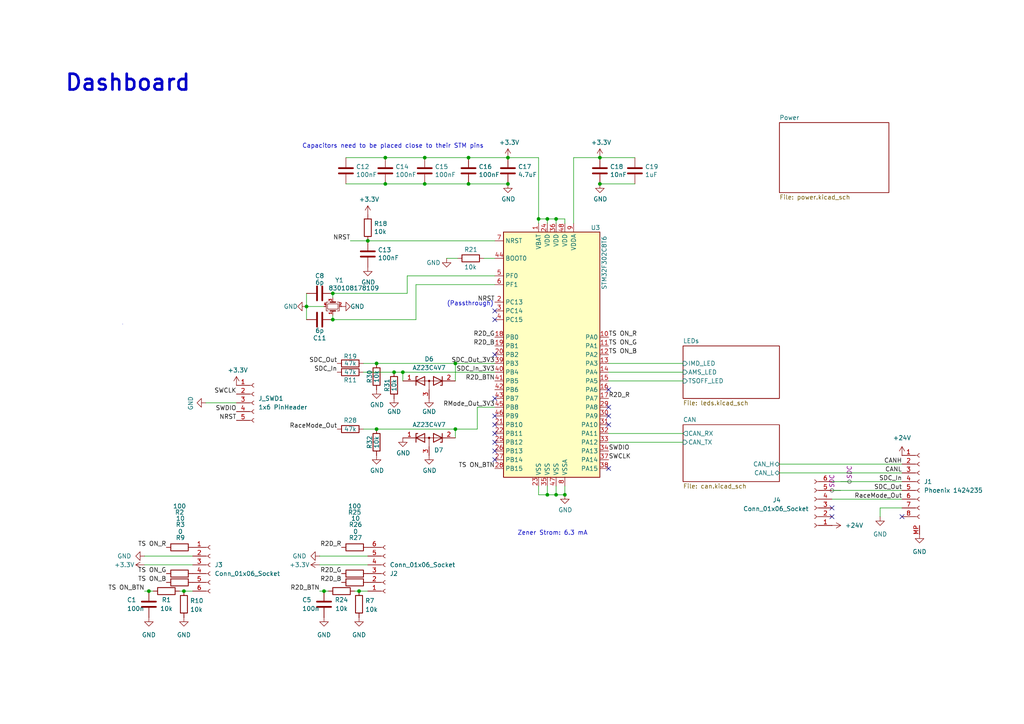
<source format=kicad_sch>
(kicad_sch (version 20231120) (generator "eeschema") (generator_version "8.0")
  (paper "A4")
  (lib_symbols
    (symbol "Connector:Conn_01x05_Socket" (pin_names (offset 1.016) hide)
      (property "Reference" "J" (at 0 7.62 0))
      (property "Value" "Conn_01x05_Socket" (at 0 -7.62 0))
      (symbol "Conn_01x05_Socket_1_1"
        (arc (start 0 -4.572) (mid -0.5058 -5.08) (end 0 -5.588) (stroke (width 0.1524)))
        (arc (start 0 -2.032) (mid -0.5058 -2.54) (end 0 -3.048) (stroke (width 0.1524)))
        (polyline (pts (xy -1.27 -5.08) (xy -0.508 -5.08)) (stroke (width 0.1524)))
        (polyline (pts (xy -1.27 -2.54) (xy -0.508 -2.54)) (stroke (width 0.1524)))
        (polyline (pts (xy -1.27 0) (xy -0.508 0)) (stroke (width 0.1524)))
        (polyline (pts (xy -1.27 2.54) (xy -0.508 2.54)) (stroke (width 0.1524)))
        (polyline (pts (xy -1.27 5.08) (xy -0.508 5.08)) (stroke (width 0.1524)))
        (arc (start 0 0.508) (mid -0.5058 0) (end 0 -0.508) (stroke (width 0.1524)))
        (arc (start 0 3.048) (mid -0.5058 2.54) (end 0 2.032) (stroke (width 0.1524)))
        (arc (start 0 5.588) (mid -0.5058 5.08) (end 0 4.572) (stroke (width 0.1524)))
        (pin passive line (at -5.08 5.08 0) (length 3.81) (name "Pin_1") (number "1"))
        (pin passive line (at -5.08 2.54 0) (length 3.81) (name "Pin_2") (number "2"))
        (pin passive line (at -5.08 0 0) (length 3.81) (name "Pin_3") (number "3"))
        (pin passive line (at -5.08 -2.54 0) (length 3.81) (name "Pin_4") (number "4"))
        (pin passive line (at -5.08 -5.08 0) (length 3.81) (name "Pin_5") (number "5"))
      )
    )
    (symbol "Connector:Conn_01x06_Socket" (pin_names (offset 1.016) hide)
      (property "Reference" "J" (at 0 7.62 0))
      (property "Value" "Conn_01x06_Socket" (at 0 -10.16 0))
      (symbol "Conn_01x06_Socket_1_1"
        (arc (start 0 -7.112) (mid -0.5058 -7.62) (end 0 -8.128) (stroke (width 0.1524)))
        (arc (start 0 -4.572) (mid -0.5058 -5.08) (end 0 -5.588) (stroke (width 0.1524)))
        (arc (start 0 -2.032) (mid -0.5058 -2.54) (end 0 -3.048) (stroke (width 0.1524)))
        (polyline (pts (xy -1.27 -7.62) (xy -0.508 -7.62)) (stroke (width 0.1524)))
        (polyline (pts (xy -1.27 -5.08) (xy -0.508 -5.08)) (stroke (width 0.1524)))
        (polyline (pts (xy -1.27 -2.54) (xy -0.508 -2.54)) (stroke (width 0.1524)))
        (polyline (pts (xy -1.27 0) (xy -0.508 0)) (stroke (width 0.1524)))
        (polyline (pts (xy -1.27 2.54) (xy -0.508 2.54)) (stroke (width 0.1524)))
        (polyline (pts (xy -1.27 5.08) (xy -0.508 5.08)) (stroke (width 0.1524)))
        (arc (start 0 0.508) (mid -0.5058 0) (end 0 -0.508) (stroke (width 0.1524)))
        (arc (start 0 3.048) (mid -0.5058 2.54) (end 0 2.032) (stroke (width 0.1524)))
        (arc (start 0 5.588) (mid -0.5058 5.08) (end 0 4.572) (stroke (width 0.1524)))
        (pin passive line (at -5.08 5.08 0) (length 3.81) (name "Pin_1") (number "1"))
        (pin passive line (at -5.08 2.54 0) (length 3.81) (name "Pin_2") (number "2"))
        (pin passive line (at -5.08 0 0) (length 3.81) (name "Pin_3") (number "3"))
        (pin passive line (at -5.08 -2.54 0) (length 3.81) (name "Pin_4") (number "4"))
        (pin passive line (at -5.08 -5.08 0) (length 3.81) (name "Pin_5") (number "5"))
        (pin passive line (at -5.08 -7.62 0) (length 3.81) (name "Pin_6") (number "6"))
      )
    )
    (symbol "Connector:Conn_01x08_Socket" (pin_names (offset 1.016) hide)
      (property "Reference" "J1" (at 1.27 0.0001 0))
      (property "Value" "Phoenix 1424235" (at 1.27 -2.5399 0))
      (symbol "Conn_01x08_Socket_1_1"
        (arc (start 0 -9.652) (mid -0.5058 -10.16) (end 0 -10.668) (stroke (width 0.1524)))
        (arc (start 0 -7.112) (mid -0.5058 -7.62) (end 0 -8.128) (stroke (width 0.1524)))
        (arc (start 0 -4.572) (mid -0.5058 -5.08) (end 0 -5.588) (stroke (width 0.1524)))
        (arc (start 0 -2.032) (mid -0.5058 -2.54) (end 0 -3.048) (stroke (width 0.1524)))
        (polyline (pts (xy -1.27 -10.16) (xy -0.508 -10.16)) (stroke (width 0.1524)))
        (polyline (pts (xy -1.27 -7.62) (xy -0.508 -7.62)) (stroke (width 0.1524)))
        (polyline (pts (xy -1.27 -5.08) (xy -0.508 -5.08)) (stroke (width 0.1524)))
        (polyline (pts (xy -1.27 -2.54) (xy -0.508 -2.54)) (stroke (width 0.1524)))
        (polyline (pts (xy -1.27 0) (xy -0.508 0)) (stroke (width 0.1524)))
        (polyline (pts (xy -1.27 2.54) (xy -0.508 2.54)) (stroke (width 0.1524)))
        (polyline (pts (xy -1.27 5.08) (xy -0.508 5.08)) (stroke (width 0.1524)))
        (polyline (pts (xy -1.27 7.62) (xy -0.508 7.62)) (stroke (width 0.1524)))
        (arc (start 0 0.508) (mid -0.5058 0) (end 0 -0.508) (stroke (width 0.1524)))
        (arc (start 0 3.048) (mid -0.5058 2.54) (end 0 2.032) (stroke (width 0.1524)))
        (arc (start 0 5.588) (mid -0.5058 5.08) (end 0 4.572) (stroke (width 0.1524)))
        (arc (start 0 8.128) (mid -0.5058 7.62) (end 0 7.112) (stroke (width 0.1524)))
        (pin passive line (at -5.08 7.62 0) (length 3.81) (name "Pin_1") (number "1"))
        (pin passive line (at -5.08 5.08 0) (length 3.81) (name "Pin_2") (number "2"))
        (pin passive line (at -5.08 2.54 0) (length 3.81) (name "Pin_3") (number "3"))
        (pin passive line (at -5.08 0 0) (length 3.81) (name "Pin_4") (number "4"))
        (pin passive line (at -5.08 -2.54 0) (length 3.81) (name "Pin_5") (number "5"))
        (pin passive line (at -5.08 -5.08 0) (length 3.81) (name "Pin_6") (number "6"))
        (pin passive line (at -5.08 -7.62 0) (length 3.81) (name "Pin_7") (number "7"))
        (pin passive line (at -5.08 -10.16 0) (length 3.81) (name "Pin_8") (number "8"))
        (pin passive line (at 0 -15.24 90) (length 2.54) (name "") (number "MP"))
      )
    )
    (symbol "Device:C" (pin_numbers hide) (pin_names (offset 0.254))
      (property "Reference" "C" (at 0.635 2.54 0))
      (property "Value" "C" (at 0.635 -2.54 0))
      (symbol "C_0_1"
        (polyline (pts (xy -2.032 -0.762) (xy 2.032 -0.762)) (stroke (width 0.508)))
        (polyline (pts (xy -2.032 0.762) (xy 2.032 0.762)) (stroke (width 0.508)))
      )
      (symbol "C_1_1"
        (pin passive line (at 0 3.81 270) (length 2.794) (name "~") (number "1"))
        (pin passive line (at 0 -3.81 90) (length 2.794) (name "~") (number "2"))
      )
    )
    (symbol "Device:Crystal_GND24_Small" (pin_names (offset 1.016) hide)
      (property "Reference" "Y" (at 1.27 4.445 0))
      (property "Value" "Crystal_GND24_Small" (at 1.27 2.54 0))
      (symbol "Crystal_GND24_Small_0_1"
        (rectangle (start -0.762 -1.524) (end 0.762 1.524))
        (polyline (pts (xy -1.27 -0.762) (xy -1.27 0.762)) (stroke (width 0.381)))
        (polyline (pts (xy 1.27 -0.762) (xy 1.27 0.762)) (stroke (width 0.381)))
        (polyline (pts (xy -1.27 -1.27) (xy -1.27 -1.905) (xy 1.27 -1.905) (xy 1.27 -1.27)))
        (polyline (pts (xy -1.27 1.27) (xy -1.27 1.905) (xy 1.27 1.905) (xy 1.27 1.27)))
      )
      (symbol "Crystal_GND24_Small_1_1"
        (pin passive line (at -2.54 0 0) (length 1.27) (name "1") (number "1"))
        (pin passive line (at 0 -2.54 90) (length 0.635) (name "2") (number "2"))
        (pin passive line (at 2.54 0 180) (length 1.27) (name "3") (number "3"))
        (pin passive line (at 0 2.54 270) (length 0.635) (name "4") (number "4"))
      )
    )
    (symbol "Device:D_Zener_Dual_CommonAnode_KKA" (pin_names (offset 0.762) hide)
      (property "Reference" "D" (at 1.27 -2.54 0))
      (property "Value" "D_Zener_Dual_CommonAnode_KKA" (at 0 2.54 0))
      (symbol "D_Zener_Dual_CommonAnode_KKA_0_1"
        (polyline (pts (xy -3.556 0) (xy 3.81 0)))
        (polyline (pts (xy 0 0) (xy 0 -2.54)))
        (polyline (pts (xy -3.81 -1.27) (xy -3.81 1.27) (xy -3.302 1.27)) (stroke (width 0.254)))
        (polyline (pts (xy 3.302 -1.27) (xy 3.81 -1.27) (xy 3.81 1.27)) (stroke (width 0.254)))
        (polyline (pts (xy -1.27 -1.27) (xy -3.81 0) (xy -1.27 1.27) (xy -1.27 -1.27) (xy -1.27 -1.27) (xy -1.27 -1.27)) (stroke (width 0.254)))
        (polyline (pts (xy 1.27 1.27) (xy 3.81 0) (xy 1.27 -1.27) (xy 1.27 1.27) (xy 1.27 1.27) (xy 1.27 1.27)) (stroke (width 0.254)))
        (circle (center 0 0) (radius 0.254) (fill (type outline)))
        (pin passive line (at -7.62 0 0) (length 3.81) (name "K") (number "1"))
        (pin passive line (at 7.62 0 180) (length 3.81) (name "K") (number "2"))
        (pin passive line (at 0 -5.08 90) (length 2.54) (name "A") (number "3"))
      )
    )
    (symbol "Device:R" (pin_numbers hide) (pin_names (offset 0))
      (property "Reference" "R" (at 2.032 0 90))
      (property "Value" "R" (at 0 0 90))
      (symbol "R_0_1"
        (rectangle (start -1.016 -2.54) (end 1.016 2.54) (stroke (width 0.254)))
      )
      (symbol "R_1_1"
        (pin passive line (at 0 3.81 270) (length 1.27) (name "~") (number "1"))
        (pin passive line (at 0 -3.81 90) (length 1.27) (name "~") (number "2"))
      )
    )
    (symbol "MCU_ST_STM32F3:STM32F302C8Tx"
      (property "Reference" "U" (at -15.24 36.83 0))
      (property "Value" "STM32F302C8Tx" (at 7.62 36.83 0))
      (symbol "STM32F302C8Tx_0_1"
        (rectangle (start -15.24 -35.56) (end 12.7 35.56) (stroke (width 0.254)) (fill (type background)))
      )
      (symbol "STM32F302C8Tx_1_1"
        (pin power_in line (at -5.08 38.1 270) (length 2.54) (name "VBAT") (number "1"))
        (pin bidirectional line (at 15.24 5.08 180) (length 2.54) (name "PA0") (number "10"))
        (pin bidirectional line (at 15.24 2.54 180) (length 2.54) (name "PA1") (number "11"))
        (pin bidirectional line (at 15.24 0 180) (length 2.54) (name "PA2") (number "12"))
        (pin bidirectional line (at 15.24 -2.54 180) (length 2.54) (name "PA3") (number "13"))
        (pin bidirectional line (at 15.24 -5.08 180) (length 2.54) (name "PA4") (number "14"))
        (pin bidirectional line (at 15.24 -7.62 180) (length 2.54) (name "PA5") (number "15"))
        (pin bidirectional line (at 15.24 -10.16 180) (length 2.54) (name "PA6") (number "16"))
        (pin bidirectional line (at 15.24 -12.7 180) (length 2.54) (name "PA7") (number "17"))
        (pin bidirectional line (at -17.78 5.08 0) (length 2.54) (name "PB0") (number "18"))
        (pin bidirectional line (at -17.78 2.54 0) (length 2.54) (name "PB1") (number "19"))
        (pin bidirectional line (at -17.78 15.24 0) (length 2.54) (name "PC13") (number "2"))
        (pin bidirectional line (at -17.78 0 0) (length 2.54) (name "PB2") (number "20"))
        (pin bidirectional line (at -17.78 -20.32 0) (length 2.54) (name "PB10") (number "21"))
        (pin bidirectional line (at -17.78 -22.86 0) (length 2.54) (name "PB11") (number "22"))
        (pin power_in line (at -5.08 -38.1 90) (length 2.54) (name "VSS") (number "23"))
        (pin power_in line (at -2.54 38.1 270) (length 2.54) (name "VDD") (number "24"))
        (pin bidirectional line (at -17.78 -25.4 0) (length 2.54) (name "PB12") (number "25"))
        (pin bidirectional line (at -17.78 -27.94 0) (length 2.54) (name "PB13") (number "26"))
        (pin bidirectional line (at -17.78 -30.48 0) (length 2.54) (name "PB14") (number "27"))
        (pin bidirectional line (at -17.78 -33.02 0) (length 2.54) (name "PB15") (number "28"))
        (pin bidirectional line (at 15.24 -15.24 180) (length 2.54) (name "PA8") (number "29"))
        (pin bidirectional line (at -17.78 12.7 0) (length 2.54) (name "PC14") (number "3"))
        (pin bidirectional line (at 15.24 -17.78 180) (length 2.54) (name "PA9") (number "30"))
        (pin bidirectional line (at 15.24 -20.32 180) (length 2.54) (name "PA10") (number "31"))
        (pin bidirectional line (at 15.24 -22.86 180) (length 2.54) (name "PA11") (number "32"))
        (pin bidirectional line (at 15.24 -25.4 180) (length 2.54) (name "PA12") (number "33"))
        (pin bidirectional line (at 15.24 -27.94 180) (length 2.54) (name "PA13") (number "34"))
        (pin power_in line (at -2.54 -38.1 90) (length 2.54) (name "VSS") (number "35"))
        (pin power_in line (at 0 38.1 270) (length 2.54) (name "VDD") (number "36"))
        (pin bidirectional line (at 15.24 -30.48 180) (length 2.54) (name "PA14") (number "37"))
        (pin bidirectional line (at 15.24 -33.02 180) (length 2.54) (name "PA15") (number "38"))
        (pin bidirectional line (at -17.78 -2.54 0) (length 2.54) (name "PB3") (number "39"))
        (pin bidirectional line (at -17.78 10.16 0) (length 2.54) (name "PC15") (number "4"))
        (pin bidirectional line (at -17.78 -5.08 0) (length 2.54) (name "PB4") (number "40"))
        (pin bidirectional line (at -17.78 -7.62 0) (length 2.54) (name "PB5") (number "41"))
        (pin bidirectional line (at -17.78 -10.16 0) (length 2.54) (name "PB6") (number "42"))
        (pin bidirectional line (at -17.78 -12.7 0) (length 2.54) (name "PB7") (number "43"))
        (pin input line (at -17.78 27.94 0) (length 2.54) (name "BOOT0") (number "44"))
        (pin bidirectional line (at -17.78 -15.24 0) (length 2.54) (name "PB8") (number "45"))
        (pin bidirectional line (at -17.78 -17.78 0) (length 2.54) (name "PB9") (number "46"))
        (pin power_in line (at 0 -38.1 90) (length 2.54) (name "VSS") (number "47"))
        (pin power_in line (at 2.54 38.1 270) (length 2.54) (name "VDD") (number "48"))
        (pin input line (at -17.78 22.86 0) (length 2.54) (name "PF0") (number "5"))
        (pin input line (at -17.78 20.32 0) (length 2.54) (name "PF1") (number "6"))
        (pin input line (at -17.78 33.02 0) (length 2.54) (name "NRST") (number "7"))
        (pin power_in line (at 2.54 -38.1 90) (length 2.54) (name "VSSA") (number "8"))
        (pin power_in line (at 5.08 38.1 270) (length 2.54) (name "VDDA") (number "9"))
      )
    )
    (symbol "power:+24V" (power) (pin_numbers hide) (pin_names (offset 0) hide)
      (property "Value" "+24V" (at 0 3.556 0))
      (symbol "+24V_0_1"
        (polyline (pts (xy -0.762 1.27) (xy 0 2.54)))
        (polyline (pts (xy 0 0) (xy 0 2.54)))
        (polyline (pts (xy 0 2.54) (xy 0.762 1.27)))
      )
      (symbol "+24V_1_1"
        (pin power_in line (at 0 0 90) (length 0) (name "~") (number "1"))
      )
    )
    (symbol "power:+3.3V" (power) (pin_names (offset 0))
      (property "Value" "+3.3V" (at 0 3.556 0))
      (symbol "+3.3V_0_1"
        (polyline (pts (xy -0.762 1.27) (xy 0 2.54)))
        (polyline (pts (xy 0 0) (xy 0 2.54)))
        (polyline (pts (xy 0 2.54) (xy 0.762 1.27)))
      )
      (symbol "+3.3V_1_1"
        (pin power_in line (at 0 0 90) (length 0) hide (name "+3.3V") (number "1"))
      )
    )
    (symbol "power:GND" (power) (pin_numbers hide) (pin_names (offset 0) hide)
      (property "Value" "GND" (at 0 -3.81 0))
      (symbol "GND_0_1"
        (polyline (pts (xy 0 0) (xy 0 -1.27) (xy 1.27 -1.27) (xy 0 -2.54) (xy -1.27 -1.27) (xy 0 -1.27)))
      )
      (symbol "GND_1_1"
        (pin power_in line (at 0 0 270) (length 0) (name "~") (number "1"))
      )
    )
  )
  (junction (at 135.89 53.34))
  (junction (at 123.19 45.72))
  (junction (at 111.76 45.72))
  (junction (at 147.32 53.34))
  (junction (at 135.89 45.72))
  (junction (at 111.76 53.34))
  (junction (at 88.9 88.9))
  (junction (at 96.52 85.09))
  (junction (at 116.84 107.95))
  (junction (at 96.52 92.71))
  (junction (at 109.22 124.46))
  (junction (at 104.14 171.45))
  (junction (at 161.29 63.5))
  (junction (at 132.08 105.41))
  (junction (at 106.68 69.85))
  (junction (at 93.98 171.45))
  (junction (at 43.18 171.45))
  (junction (at 161.29 143.51))
  (junction (at 147.32 45.72))
  (junction (at 156.21 63.5))
  (junction (at 173.99 45.72))
  (junction (at 158.75 63.5))
  (junction (at 109.22 105.41))
  (junction (at 158.75 143.51))
  (junction (at 173.99 53.34))
  (junction (at 53.34 171.45))
  (junction (at 123.19 53.34))
  (junction (at 114.3 107.95))
  (junction (at 163.83 143.51))
  (junction (at 132.08 124.46))
  (no_connect (at 176.53 120.65))
  (no_connect (at 143.51 90.17))
  (no_connect (at 176.53 123.19))
  (no_connect (at 176.53 135.89))
  (no_connect (at 241.3 149.86))
  (no_connect (at 261.62 149.86))
  (no_connect (at 143.51 115.57))
  (no_connect (at 241.3 147.32))
  (no_connect (at 143.51 130.81))
  (no_connect (at 176.53 113.03))
  (no_connect (at 143.51 133.35))
  (no_connect (at 176.53 118.11))
  (no_connect (at 143.51 125.73))
  (no_connect (at 143.51 92.71))
  (no_connect (at 143.51 120.65))
  (no_connect (at 143.51 102.87))
  (no_connect (at 143.51 128.27))
  (no_connect (at 143.51 123.19))
  (wire (pts (xy 109.22 124.46) (xy 132.08 124.46)))
  (wire (pts (xy 43.18 171.45) (xy 41.91 171.45)))
  (wire (pts (xy 123.19 45.72) (xy 135.89 45.72)))
  (wire (pts (xy 176.53 105.41) (xy 198.12 105.41)))
  (wire (pts (xy 161.29 63.5) (xy 158.75 63.5)))
  (wire (pts (xy 88.9 85.09) (xy 88.9 88.9)))
  (wire (pts (xy 156.21 63.5) (xy 156.21 64.77)))
  (wire (pts (xy 120.65 82.55) (xy 120.65 92.71)))
  (wire (pts (xy 138.43 124.46) (xy 138.43 118.11)))
  (wire (pts (xy 158.75 63.5) (xy 156.21 63.5)))
  (wire (pts (xy 93.98 171.45) (xy 92.71 171.45)))
  (wire (pts (xy 41.91 163.83) (xy 55.88 163.83)))
  (wire (pts (xy 96.52 91.44) (xy 96.52 92.71)))
  (wire (pts (xy 135.89 45.72) (xy 147.32 45.72)))
  (wire (pts (xy 96.52 85.09) (xy 118.11 85.09)))
  (wire (pts (xy 163.83 64.77) (xy 163.83 63.5)))
  (wire (pts (xy 100.33 53.34) (xy 111.76 53.34)))
  (wire (pts (xy 105.41 124.46) (xy 109.22 124.46)))
  (wire (pts (xy 156.21 45.72) (xy 156.21 63.5)))
  (wire (pts (xy 173.99 45.72) (xy 184.15 45.72)))
  (wire (pts (xy 161.29 64.77) (xy 161.29 63.5)))
  (wire (pts (xy 163.83 143.51) (xy 161.29 143.51)))
  (wire (pts (xy 92.71 163.83) (xy 106.68 163.83)))
  (wire (pts (xy 118.11 80.01) (xy 143.51 80.01)))
  (wire (pts (xy 88.9 88.9) (xy 88.9 92.71)))
  (wire (pts (xy 255.27 147.32) (xy 255.27 149.86)))
  (wire (pts (xy 105.41 105.41) (xy 109.22 105.41)))
  (wire (pts (xy 173.99 53.34) (xy 184.15 53.34)))
  (wire (pts (xy 226.06 134.62) (xy 261.62 134.62)))
  (wire (pts (xy 111.76 45.72) (xy 123.19 45.72)))
  (wire (pts (xy 96.52 86.36) (xy 96.52 85.09)))
  (wire (pts (xy 132.08 105.41) (xy 132.08 110.49)))
  (wire (pts (xy 123.19 53.34) (xy 135.89 53.34)))
  (wire (pts (xy 163.83 63.5) (xy 161.29 63.5)))
  (wire (pts (xy 118.11 85.09) (xy 118.11 80.01)))
  (wire (pts (xy 140.335 74.93) (xy 143.51 74.93)))
  (wire (pts (xy 147.32 45.72) (xy 156.21 45.72)))
  (wire (pts (xy 109.22 105.41) (xy 132.08 105.41)))
  (wire (pts (xy 158.75 140.97) (xy 158.75 143.51)))
  (wire (pts (xy 59.69 116.84) (xy 68.58 116.84)))
  (wire (pts (xy 88.9 88.9) (xy 93.98 88.9)))
  (wire (pts (xy 161.29 140.97) (xy 161.29 143.51)))
  (wire (pts (xy 226.06 137.16) (xy 261.62 137.16)))
  (wire (pts (xy 158.75 63.5) (xy 158.75 64.77)))
  (wire (pts (xy 241.3 144.78) (xy 261.62 144.78)))
  (wire (pts (xy 132.08 124.46) (xy 138.43 124.46)))
  (wire (pts (xy 111.76 45.72) (xy 100.33 45.72)))
  (wire (pts (xy 92.71 161.29) (xy 106.68 161.29)))
  (wire (pts (xy 104.14 171.45) (xy 106.68 171.45)))
  (wire (pts (xy 41.91 161.29) (xy 55.88 161.29)))
  (wire (pts (xy 166.37 45.72) (xy 173.99 45.72)))
  (wire (pts (xy 156.21 140.97) (xy 156.21 143.51)))
  (wire (pts (xy 116.84 107.95) (xy 116.84 110.49)))
  (wire (pts (xy 105.41 107.95) (xy 114.3 107.95)))
  (wire (pts (xy 176.53 128.27) (xy 198.12 128.27)))
  (wire (pts (xy 120.65 82.55) (xy 143.51 82.55)))
  (wire (pts (xy 176.53 125.73) (xy 198.12 125.73)))
  (wire (pts (xy 138.43 118.11) (xy 143.51 118.11)))
  (wire (pts (xy 156.21 143.51) (xy 158.75 143.51)))
  (wire (pts (xy 166.37 45.72) (xy 166.37 64.77)))
  (wire (pts (xy 176.53 107.95) (xy 198.12 107.95)))
  (wire (pts (xy 96.52 92.71) (xy 120.65 92.71)))
  (wire (pts (xy 111.76 53.34) (xy 123.19 53.34)))
  (wire (pts (xy 132.715 74.93) (xy 129.54 74.93)))
  (wire (pts (xy 53.34 171.45) (xy 55.88 171.45)))
  (wire (pts (xy 116.84 107.95) (xy 114.3 107.95)))
  (wire (pts (xy 241.3 142.24) (xy 261.62 142.24)))
  (wire (pts (xy 95.25 171.45) (xy 93.98 171.45)))
  (wire (pts (xy 132.08 105.41) (xy 143.51 105.41)))
  (wire (pts (xy 116.84 107.95) (xy 143.51 107.95)))
  (wire (pts (xy 102.87 171.45) (xy 104.14 171.45)))
  (wire (pts (xy 106.68 69.85) (xy 143.51 69.85)))
  (wire (pts (xy 132.08 124.46) (xy 132.08 127)))
  (wire (pts (xy 161.29 143.51) (xy 158.75 143.51)))
  (wire (pts (xy 163.83 140.97) (xy 163.83 143.51)))
  (wire (pts (xy 101.6 69.85) (xy 106.68 69.85)))
  (wire (pts (xy 261.62 147.32) (xy 255.27 147.32)))
  (wire (pts (xy 241.3 139.7) (xy 261.62 139.7)))
  (wire (pts (xy 44.45 171.45) (xy 43.18 171.45)))
  (wire (pts (xy 52.07 171.45) (xy 53.34 171.45)))
  (wire (pts (xy 135.89 53.34) (xy 147.32 53.34)))
  (wire (pts (xy 176.53 110.49) (xy 198.12 110.49)))
  (rectangle (start 35.56 93.98) (end 35.56 93.98))
  (text "Dashboard" (at 37.084 24.13 0) (effects (font (size 4.572 4.572) (thickness 0.762) (bold yes))))
  (text "Capacitors need to be placed close to their STM pins" (at 87.63 43.18 0) (effects (font (size 1.27 1.27)) (justify left bottom)))
  (text "(Passthrough)" (at 136.398 88.138 0) (effects (font (size 1.27 1.27))))
  (text "Zener Strom: 6.3 mA" (at 160.274 154.686 0) (effects (font (size 1.27 1.27))))
  (label "TS ON_BTN" (at 41.91 171.45 180))
  (label "RMode_Out_3V3" (at 143.51 118.11 180))
  (label "TS ON_B" (at 48.26 168.91 180))
  (label "R2D_G" (at 99.06 166.37 180))
  (label "SDC_Out" (at 97.79 105.41 180))
  (label "SDC_In" (at 261.62 139.7 180))
  (label "R2D_G" (at 143.51 97.79 180))
  (label "R2D_BTN" (at 143.51 110.49 180))
  (label "R2D_R" (at 99.06 158.75 180))
  (label "NRST" (at 68.58 121.92 180))
  (label "SWDIO" (at 176.53 130.81 0))
  (label "SDC_In_3V3" (at 143.51 107.95 180))
  (label "R2D_BTN" (at 92.71 171.45 180))
  (label "NRST" (at 101.6 69.85 180))
  (label "SWDIO" (at 68.58 119.38 180))
  (label "SDC_Out_3V3" (at 143.51 105.41 180))
  (label "R2D_B" (at 99.06 168.91 180))
  (label "TS ON_G" (at 48.26 166.37 180))
  (label "CANH" (at 261.62 134.62 180))
  (label "RaceMode_Out" (at 261.62 144.78 180))
  (label "CANL" (at 261.62 137.16 180))
  (label "NRST" (at 143.51 87.63 180))
  (label "RaceMode_Out" (at 97.79 124.46 180))
  (label "SDC_Out" (at 261.62 142.24 180))
  (label "SWCLK" (at 68.58 114.3 180))
  (label "TS ON_R" (at 176.53 97.79 0))
  (label "SWCLK" (at 176.53 133.35 0))
  (label "SDC_In" (at 97.79 107.95 180))
  (label "TS ON_B" (at 176.53 102.87 0))
  (label "TS ON_R" (at 48.26 158.75 180))
  (label "R2D_R" (at 176.53 115.57 0))
  (label "R2D_B" (at 143.51 100.33 180))
  (label "TS ON_G" (at 176.53 100.33 0))
  (label "TS ON_BTN" (at 143.51 135.89 180))
  (netclass_flag "" (length 2.54) (shape round) (at 243.84 139.7 270) (property "Netclass" "SDC" (at 246.38 139.0015 90) (effects (font (italic yes)) (justify left))))
  (netclass_flag "" (length 2.54) (shape round) (at 243.84 142.24 90) (property "Netclass" "SDC" (at 241.3 141.5415 90) (effects (font (italic yes)) (justify left))))
  (symbol (lib_id "Connector:Conn_01x06_Socket") (at 236.22 147.32 180) (unit 1)
    (property "Reference" "J4" (at 225.298 145.034 0))
    (property "Value" "Conn_01x06_Socket" (at 225.044 147.574 0))
    (property "Footprint" "Dashboard:JST_GH_THT_1x06-1MP_P1.25mm_Vertical" (effects (hide yes)))
    (property "Description" "Generic connector, single row, 01x06, script generated" (effects (hide yes)))
  )
  (symbol (lib_id "power:+3.3V") (at 92.71 163.83 90) (unit 1)
    (property "Reference" "#PWR051" (effects (hide yes)))
    (property "Value" "+3.3V" (at 86.868 163.83 90))
  )
  (symbol (lib_id "power:GND") (at 129.54 74.93 0) (unit 1)
    (property "Reference" "#PWR035" (effects (hide yes)))
    (property "Value" "GND" (at 125.73 76.2 0))
  )
  (symbol (lib_id "Device:R") (at 104.14 175.26 0) (unit 1)
    (property "Reference" "R7" (at 105.918 174.244 0) (effects (justify left)))
    (property "Value" "10k" (at 105.918 176.784 0) (effects (justify left)))
    (property "Footprint" "Resistor_SMD:R_0603_1608Metric_Pad0.98x0.95mm_HandSolder" (effects (hide yes)))
    (property "Description" "Resistor" (effects (hide yes)))
  )
  (symbol (lib_id "Connector:Conn_01x06_Socket") (at 111.76 166.37 0) (mirror x) (unit 1)
    (property "Reference" "J2" (at 113.03 166.3701 0) (effects (justify left)))
    (property "Value" "Conn_01x06_Socket" (at 113.03 163.8301 0) (effects (justify left)))
    (property "Footprint" "Dashboard:JST_GH_THT_1x06-1MP_P1.25mm_Vertical" (effects (hide yes)))
    (property "Description" "Generic connector, single row, 01x06, script generated" (effects (hide yes)))
  )
  (symbol (lib_id "Device:C") (at 135.89 49.53 0) (unit 1)
    (property "Reference" "C16" (at 138.811 48.3616 0) (effects (justify left)))
    (property "Value" "100nF" (at 138.811 50.673 0) (effects (justify left)))
    (property "Footprint" "Capacitor_SMD:C_0603_1608Metric_Pad1.08x0.95mm_HandSolder" (effects (hide yes)))
  )
  (symbol (lib_id "Connector:Conn_01x08_Socket") (at 266.7 139.7 0) (unit 1)
    (property "Reference" "J1" (at 267.97 139.6999 0) (effects (justify left)))
    (property "Value" "Phoenix 1424235" (at 267.97 142.2399 0) (effects (justify left)))
    (property "Footprint" "Dashboard:Phoenix_SACC-DSI-M8FS-8CON-M10" (effects (hide yes)))
    (property "Description" "Generic connector, single row, 01x08, script generated" (effects (hide yes)))
  )
  (symbol (lib_id "Device:R") (at 99.06 171.45 270) (unit 1)
    (property "Reference" "R24" (at 99.06 173.99 90))
    (property "Value" "10k" (at 99.06 176.53 90))
    (property "Footprint" "Resistor_SMD:R_0603_1608Metric_Pad0.98x0.95mm_HandSolder" (effects (hide yes)))
    (property "Description" "Resistor" (effects (hide yes)))
  )
  (symbol (lib_id "power:+24V") (at 241.3 152.4 270) (unit 1)
    (property "Reference" "#PWR05" (effects (hide yes)))
    (property "Value" "+24V" (at 245.11 152.3999 90) (effects (justify left)))
    (property "Description" "Power symbol creates a global label with name \"+24V\"" (effects (hide yes)))
  )
  (symbol (lib_id "Device:C") (at 147.32 49.53 0) (unit 1)
    (property "Reference" "C17" (at 150.241 48.3616 0) (effects (justify left)))
    (property "Value" "4.7uF" (at 150.241 50.673 0) (effects (justify left)))
    (property "Footprint" "Capacitor_SMD:C_0603_1608Metric_Pad1.08x0.95mm_HandSolder" (effects (hide yes)))
  )
  (symbol (lib_id "Device:C") (at 93.98 175.26 0) (unit 1)
    (property "Reference" "C5" (at 87.63 173.99 0) (effects (justify left)))
    (property "Value" "100n" (at 87.63 176.53 0) (effects (justify left)))
    (property "Footprint" "Capacitor_SMD:C_0603_1608Metric_Pad1.08x0.95mm_HandSolder" (effects (hide yes)))
    (property "Description" "Unpolarized capacitor" (effects (hide yes)))
  )
  (symbol (lib_id "power:GND") (at 92.71 161.29 270) (unit 1)
    (property "Reference" "#PWR01" (effects (hide yes)))
    (property "Value" "GND" (at 88.9 161.2899 90) (effects (justify right)))
    (property "Description" "Power symbol creates a global label with name \"GND\" , ground" (effects (hide yes)))
  )
  (symbol (lib_id "Device:D_Zener_Dual_CommonAnode_KKA") (at 124.46 110.49 0) (unit 1)
    (property "Reference" "D6" (at 124.46 104.14 0))
    (property "Value" "AZ23C4V7" (at 124.46 106.68 0))
    (property "Footprint" "Package_TO_SOT_SMD:SOT-23" (effects (hide yes)))
    (property "Description" "Dual Zener diode, common anode on pin 3" (effects (hide yes)))
  )
  (symbol (lib_id "power:GND") (at 266.7 154.94 0) (unit 1)
    (property "Reference" "#PWR052" (effects (hide yes)))
    (property "Value" "GND" (at 266.7 160.02 0))
    (property "Description" "Power symbol creates a global label with name \"GND\" , ground" (effects (hide yes)))
  )
  (symbol (lib_id "Device:R") (at 109.22 109.22 180) (unit 1)
    (property "Reference" "R30" (at 107.188 109.22 90))
    (property "Value" "10k" (at 109.22 109.22 90))
    (property "Footprint" "Resistor_SMD:R_0603_1608Metric_Pad0.98x0.95mm_HandSolder" (effects (hide yes)))
    (property "Description" "Resistor" (effects (hide yes)))
  )
  (symbol (lib_id "Device:R") (at 102.87 168.91 90) (unit 1)
    (property "Reference" "R27" (at 103.124 155.956 90))
    (property "Value" "0" (at 103.124 154.178 90))
    (property "Footprint" "Resistor_SMD:R_0603_1608Metric_Pad0.98x0.95mm_HandSolder" (effects (hide yes)))
    (property "Description" "Resistor" (effects (hide yes)))
  )
  (symbol (lib_id "Device:R") (at 48.26 171.45 270) (unit 1)
    (property "Reference" "R1" (at 48.26 173.99 90))
    (property "Value" "10k" (at 48.26 176.53 90))
    (property "Footprint" "Resistor_SMD:R_0603_1608Metric_Pad0.98x0.95mm_HandSolder" (effects (hide yes)))
    (property "Description" "Resistor" (effects (hide yes)))
  )
  (symbol (lib_id "Device:C") (at 100.33 49.53 0) (unit 1)
    (property "Reference" "C12" (at 103.251 48.3616 0) (effects (justify left)))
    (property "Value" "100nF" (at 103.251 50.673 0) (effects (justify left)))
    (property "Footprint" "Capacitor_SMD:C_0603_1608Metric_Pad1.08x0.95mm_HandSolder" (effects (hide yes)))
  )
  (symbol (lib_id "power:GND") (at 147.32 53.34 0) (unit 1)
    (property "Reference" "#PWR037" (effects (hide yes)))
    (property "Value" "GND" (at 147.447 57.7342 0))
  )
  (symbol (lib_id "Device:R") (at 52.07 158.75 90) (unit 1)
    (property "Reference" "R2" (at 52.07 148.59 90))
    (property "Value" "100" (at 52.07 146.812 90))
    (property "Footprint" "Resistor_SMD:R_0603_1608Metric_Pad0.98x0.95mm_HandSolder" (effects (hide yes)))
    (property "Description" "Resistor" (effects (hide yes)))
  )
  (symbol (lib_id "Device:R") (at 101.6 124.46 90) (unit 1)
    (property "Reference" "R28" (at 101.6 121.92 90))
    (property "Value" "47k" (at 101.6 124.46 90))
    (property "Footprint" "Resistor_SMD:R_0603_1608Metric_Pad0.98x0.95mm_HandSolder" (effects (hide yes)))
    (property "Description" "Resistor" (effects (hide yes)))
  )
  (symbol (lib_id "Connector:Conn_01x06_Socket") (at 60.96 163.83 0) (unit 1)
    (property "Reference" "J3" (at 62.23 163.8299 0) (effects (justify left)))
    (property "Value" "Conn_01x06_Socket" (at 62.23 166.3699 0) (effects (justify left)))
    (property "Footprint" "Dashboard:JST_GH_THT_1x06-1MP_P1.25mm_Vertical" (effects (hide yes)))
    (property "Description" "Generic connector, single row, 01x06, script generated" (effects (hide yes)))
  )
  (symbol (lib_id "power:GND") (at 124.46 115.57 0) (unit 1)
    (property "Reference" "#PWR026" (effects (hide yes)))
    (property "Value" "GND" (at 124.46 119.38 0))
  )
  (symbol (lib_id "Device:R") (at 101.6 105.41 90) (unit 1)
    (property "Reference" "R19" (at 101.6 103.378 90))
    (property "Value" "47k" (at 101.6 105.41 90))
    (property "Footprint" "Resistor_SMD:R_0603_1608Metric_Pad0.98x0.95mm_HandSolder" (effects (hide yes)))
    (property "Description" "Resistor" (effects (hide yes)))
  )
  (symbol (lib_id "power:GND") (at 114.3 115.57 0) (unit 1)
    (property "Reference" "#PWR055" (effects (hide yes)))
    (property "Value" "GND" (at 114.3 119.38 0))
  )
  (symbol (lib_id "power:GND") (at 104.14 179.07 0) (unit 1)
    (property "Reference" "#PWR050" (effects (hide yes)))
    (property "Value" "GND" (at 104.14 184.15 0))
    (property "Description" "Power symbol creates a global label with name \"GND\" , ground" (effects (hide yes)))
  )
  (symbol (lib_id "MCU_ST_STM32F3:STM32F302C8Tx") (at 161.29 102.87 0) (unit 1)
    (property "Reference" "U3" (at 172.72 66.04 0))
    (property "Value" "STM32F302C8T6" (at 175.26 76.2 90))
    (property "Footprint" "Package_QFP:LQFP-48_7x7mm_P0.5mm" (effects (hide yes)))
    (property "Datasheet" "http://www.st.com/st-web-ui/static/active/en/resource/technical/document/datasheet/DM00093333.pdf" (effects (hide yes)))
  )
  (symbol (lib_id "power:+24V") (at 261.62 132.08 0) (unit 1)
    (property "Reference" "#PWR057" (effects (hide yes)))
    (property "Value" "+24V" (at 261.62 127 0))
    (property "Description" "Power symbol creates a global label with name \"+24V\"" (effects (hide yes)))
  )
  (symbol (lib_id "Device:R") (at 102.87 158.75 90) (unit 1)
    (property "Reference" "R25" (at 102.87 148.59 90))
    (property "Value" "100" (at 102.87 146.812 90))
    (property "Footprint" "Resistor_SMD:R_0603_1608Metric_Pad0.98x0.95mm_HandSolder" (effects (hide yes)))
    (property "Description" "Resistor" (effects (hide yes)))
  )
  (symbol (lib_id "power:GND") (at 88.9 88.9 270) (unit 1)
    (property "Reference" "#PWR030" (effects (hide yes)))
    (property "Value" "GND" (at 86.36 88.9 90) (effects (justify right)))
  )
  (symbol (lib_id "Device:C") (at 43.18 175.26 0) (unit 1)
    (property "Reference" "C1" (at 36.83 173.99 0) (effects (justify left)))
    (property "Value" "100n" (at 36.83 176.53 0) (effects (justify left)))
    (property "Footprint" "Capacitor_SMD:C_0603_1608Metric_Pad1.08x0.95mm_HandSolder" (effects (hide yes)))
    (property "Description" "Unpolarized capacitor" (effects (hide yes)))
  )
  (symbol (lib_id "Device:R") (at 109.22 128.27 180) (unit 1)
    (property "Reference" "R32" (at 107.188 128.27 90))
    (property "Value" "10k" (at 109.22 128.27 90))
    (property "Footprint" "Resistor_SMD:R_0603_1608Metric_Pad0.98x0.95mm_HandSolder" (effects (hide yes)))
    (property "Description" "Resistor" (effects (hide yes)))
  )
  (symbol (lib_id "power:+3.3V") (at 173.99 45.72 0) (unit 1)
    (property "Reference" "#PWR039" (effects (hide yes)))
    (property "Value" "+3.3V" (at 174.371 41.3258 0))
  )
  (symbol (lib_id "Device:C") (at 92.71 92.71 90) (unit 1)
    (property "Reference" "C11" (at 92.71 98.044 90))
    (property "Value" "6p" (at 92.71 95.885 90))
    (property "Footprint" "Capacitor_SMD:C_0603_1608Metric_Pad1.08x0.95mm_HandSolder" (effects (hide yes)))
  )
  (symbol (lib_id "Device:R") (at 102.87 166.37 90) (unit 1)
    (property "Reference" "R26" (at 103.124 152.146 90))
    (property "Value" "10" (at 103.124 150.368 90))
    (property "Footprint" "Resistor_SMD:R_0603_1608Metric_Pad0.98x0.95mm_HandSolder" (effects (hide yes)))
    (property "Description" "Resistor" (effects (hide yes)))
  )
  (symbol (lib_id "Device:Crystal_GND24_Small") (at 96.52 88.9 90) (unit 1)
    (property "Reference" "Y1" (at 98.425 81.28 90))
    (property "Value" "830108178109" (at 102.616 83.566 90))
    (property "Footprint" "Crystal:Crystal_SMD_2016-4Pin_2.0x1.6mm" (effects (hide yes)))
    (property "Datasheet" "https://www.we-online.com/components/products/datasheet/830108178109.pdf" (effects (hide yes)))
  )
  (symbol (lib_id "power:GND") (at 109.22 132.08 0) (unit 1)
    (property "Reference" "#PWR053" (effects (hide yes)))
    (property "Value" "GND" (at 109.347 136.4742 0))
  )
  (symbol (lib_id "Connector:Conn_01x05_Socket") (at 73.66 116.84 0) (unit 1)
    (property "Reference" "J_SWD1" (at 74.93 115.5699 0) (effects (justify left)))
    (property "Value" "1x6 PinHeader" (at 74.93 118.1099 0) (effects (justify left)))
    (property "Footprint" "Connector_PinHeader_2.54mm:PinHeader_1x05_P2.54mm_Vertical" (effects (hide yes)))
    (property "Description" "Generic connector, single row, 01x05, script generated" (effects (hide yes)))
  )
  (symbol (lib_id "Device:R") (at 52.07 168.91 90) (unit 1)
    (property "Reference" "R9" (at 52.324 155.956 90))
    (property "Value" "0" (at 52.324 154.178 90))
    (property "Footprint" "Resistor_SMD:R_0603_1608Metric_Pad0.98x0.95mm_HandSolder" (effects (hide yes)))
    (property "Description" "Resistor" (effects (hide yes)))
  )
  (symbol (lib_id "power:GND") (at 53.34 179.07 0) (unit 1)
    (property "Reference" "#PWR09" (effects (hide yes)))
    (property "Value" "GND" (at 53.34 184.15 0))
    (property "Description" "Power symbol creates a global label with name \"GND\" , ground" (effects (hide yes)))
  )
  (symbol (lib_id "Device:R") (at 52.07 166.37 90) (unit 1)
    (property "Reference" "R3" (at 52.324 152.146 90))
    (property "Value" "10" (at 52.324 150.368 90))
    (property "Footprint" "Resistor_SMD:R_0603_1608Metric_Pad0.98x0.95mm_HandSolder" (effects (hide yes)))
    (property "Description" "Resistor" (effects (hide yes)))
  )
  (symbol (lib_id "power:GND") (at 163.83 143.51 0) (unit 1)
    (property "Reference" "#PWR038" (effects (hide yes)))
    (property "Value" "GND" (at 163.957 147.9042 0))
  )
  (symbol (lib_id "power:GND") (at 255.27 149.86 0) (unit 1)
    (property "Reference" "#PWR048" (effects (hide yes)))
    (property "Value" "GND" (at 255.27 154.94 0))
    (property "Description" "Power symbol creates a global label with name \"GND\" , ground" (effects (hide yes)))
  )
  (symbol (lib_id "Device:C") (at 92.71 85.09 90) (unit 1)
    (property "Reference" "C8" (at 92.71 80.01 90))
    (property "Value" "6p" (at 92.71 81.915 90))
    (property "Footprint" "Capacitor_SMD:C_0603_1608Metric_Pad1.08x0.95mm_HandSolder" (effects (hide yes)))
  )
  (symbol (lib_id "Device:R") (at 53.34 175.26 0) (unit 1)
    (property "Reference" "R10" (at 55.118 174.244 0) (effects (justify left)))
    (property "Value" "10k" (at 55.118 176.784 0) (effects (justify left)))
    (property "Footprint" "Resistor_SMD:R_0603_1608Metric_Pad0.98x0.95mm_HandSolder" (effects (hide yes)))
    (property "Description" "Resistor" (effects (hide yes)))
  )
  (symbol (lib_id "power:GND") (at 173.99 53.34 0) (unit 1)
    (property "Reference" "#PWR040" (effects (hide yes)))
    (property "Value" "GND" (at 174.117 57.7342 0))
  )
  (symbol (lib_id "power:+3.3V") (at 68.58 111.76 0) (unit 1)
    (property "Reference" "#PWR02" (effects (hide yes)))
    (property "Value" "+3.3V" (at 68.961 107.3658 0))
  )
  (symbol (lib_id "Device:R") (at 136.525 74.93 270) (unit 1)
    (property "Reference" "R21" (at 134.62 72.39 90) (effects (justify left)))
    (property "Value" "10k" (at 134.62 77.47 90) (effects (justify left)))
    (property "Footprint" "Resistor_SMD:R_0603_1608Metric_Pad0.98x0.95mm_HandSolder" (effects (hide yes)))
  )
  (symbol (lib_id "power:+3.3V") (at 41.91 163.83 90) (unit 1)
    (property "Reference" "#PWR07" (effects (hide yes)))
    (property "Value" "+3.3V" (at 36.068 163.83 90))
  )
  (symbol (lib_id "Device:C") (at 106.68 73.66 0) (unit 1)
    (property "Reference" "C13" (at 109.601 72.4916 0) (effects (justify left)))
    (property "Value" "100nF" (at 109.601 74.803 0) (effects (justify left)))
    (property "Footprint" "Capacitor_SMD:C_0603_1608Metric_Pad1.08x0.95mm_HandSolder" (effects (hide yes)))
  )
  (symbol (lib_id "Device:R") (at 106.68 66.04 0) (unit 1)
    (property "Reference" "R18" (at 108.458 64.8716 0) (effects (justify left)))
    (property "Value" "10k" (at 108.458 67.183 0) (effects (justify left)))
    (property "Footprint" "Resistor_SMD:R_0603_1608Metric_Pad0.98x0.95mm_HandSolder" (effects (hide yes)))
  )
  (symbol (lib_id "power:GND") (at 109.22 113.03 0) (unit 1)
    (property "Reference" "#PWR054" (effects (hide yes)))
    (property "Value" "GND" (at 109.347 117.4242 0))
  )
  (symbol (lib_id "power:GND") (at 99.06 88.9 90) (unit 1)
    (property "Reference" "#PWR031" (effects (hide yes)))
    (property "Value" "GND" (at 101.6 88.9 90) (effects (justify right)))
  )
  (symbol (lib_id "Device:D_Zener_Dual_CommonAnode_KKA") (at 124.46 127 0) (unit 1)
    (property "Reference" "D7" (at 127.254 130.556 0))
    (property "Value" "AZ23C4V7" (at 124.46 123.19 0))
    (property "Footprint" "Package_TO_SOT_SMD:SOT-23" (effects (hide yes)))
    (property "Description" "Dual Zener diode, common anode on pin 3" (effects (hide yes)))
  )
  (symbol (lib_id "Device:C") (at 123.19 49.53 0) (unit 1)
    (property "Reference" "C15" (at 126.111 48.3616 0) (effects (justify left)))
    (property "Value" "100nF" (at 126.111 50.673 0) (effects (justify left)))
    (property "Footprint" "Capacitor_SMD:C_0603_1608Metric_Pad1.08x0.95mm_HandSolder" (effects (hide yes)))
  )
  (symbol (lib_id "power:GND") (at 106.68 77.47 0) (unit 1)
    (property "Reference" "#PWR033" (effects (hide yes)))
    (property "Value" "GND" (at 106.807 81.8642 0))
  )
  (symbol (lib_id "power:GND") (at 124.46 132.08 0) (unit 1)
    (property "Reference" "#PWR023" (effects (hide yes)))
    (property "Value" "GND" (at 124.587 136.4742 0))
  )
  (symbol (lib_id "Device:C") (at 184.15 49.53 0) (unit 1)
    (property "Reference" "C19" (at 187.071 48.3616 0) (effects (justify left)))
    (property "Value" "1uF" (at 187.071 50.673 0) (effects (justify left)))
    (property "Footprint" "Capacitor_SMD:C_0603_1608Metric_Pad1.08x0.95mm_HandSolder" (effects (hide yes)))
  )
  (symbol (lib_id "Device:R") (at 101.6 107.95 90) (unit 1)
    (property "Reference" "R11" (at 101.6 110.236 90))
    (property "Value" "47k" (at 101.6 107.95 90))
    (property "Footprint" "Resistor_SMD:R_0603_1608Metric_Pad0.98x0.95mm_HandSolder" (effects (hide yes)))
    (property "Description" "Resistor" (effects (hide yes)))
  )
  (symbol (lib_id "Device:C") (at 173.99 49.53 0) (unit 1)
    (property "Reference" "C18" (at 176.911 48.3616 0) (effects (justify left)))
    (property "Value" "10nF" (at 176.911 50.673 0) (effects (justify left)))
    (property "Footprint" "Capacitor_SMD:C_0603_1608Metric_Pad1.08x0.95mm_HandSolder" (effects (hide yes)))
  )
  (symbol (lib_id "power:+3.3V") (at 147.32 45.72 0) (unit 1)
    (property "Reference" "#PWR036" (effects (hide yes)))
    (property "Value" "+3.3V" (at 147.701 41.3258 0))
  )
  (symbol (lib_id "Device:C") (at 111.76 49.53 0) (unit 1)
    (property "Reference" "C14" (at 114.681 48.3616 0) (effects (justify left)))
    (property "Value" "100nF" (at 114.681 50.673 0) (effects (justify left)))
    (property "Footprint" "Capacitor_SMD:C_0603_1608Metric_Pad1.08x0.95mm_HandSolder" (effects (hide yes)))
  )
  (symbol (lib_id "power:GND") (at 116.84 127 0) (unit 1)
    (property "Reference" "#PWR056" (effects (hide yes)))
    (property "Value" "GND" (at 116.967 131.3942 0))
  )
  (symbol (lib_id "power:+3.3V") (at 106.68 62.23 0) (unit 1)
    (property "Reference" "#PWR032" (effects (hide yes)))
    (property "Value" "+3.3V" (at 107.061 57.8358 0))
  )
  (symbol (lib_id "Device:R") (at 114.3 111.76 180) (unit 1)
    (property "Reference" "R31" (at 112.268 111.76 90))
    (property "Value" "10k" (at 114.3 111.76 90))
    (property "Footprint" "Resistor_SMD:R_0603_1608Metric_Pad0.98x0.95mm_HandSolder" (effects (hide yes)))
    (property "Description" "Resistor" (effects (hide yes)))
  )
  (symbol (lib_id "power:GND") (at 59.69 116.84 270) (unit 1)
    (property "Reference" "#PWR011" (effects (hide yes)))
    (property "Value" "GND" (at 55.2958 116.967 0))
  )
  (symbol (lib_id "power:GND") (at 93.98 179.07 0) (unit 1)
    (property "Reference" "#PWR049" (effects (hide yes)))
    (property "Value" "GND" (at 93.98 184.15 0))
    (property "Description" "Power symbol creates a global label with name \"GND\" , ground" (effects (hide yes)))
  )
  (symbol (lib_id "power:GND") (at 41.91 161.29 270) (unit 1)
    (property "Reference" "#PWR06" (effects (hide yes)))
    (property "Value" "GND" (at 38.1 161.2899 90) (effects (justify right)))
    (property "Description" "Power symbol creates a global label with name \"GND\" , ground" (effects (hide yes)))
  )
  (symbol (lib_id "power:GND") (at 43.18 179.07 0) (unit 1)
    (property "Reference" "#PWR08" (effects (hide yes)))
    (property "Value" "GND" (at 43.18 184.15 0))
    (property "Description" "Power symbol creates a global label with name \"GND\" , ground" (effects (hide yes)))
  )
  (sheet (at 226.06 35.56) (size 31.75 20.32) (stroke (width 0.1524))
    (property "Sheetname" "Power" (at 226.06 34.8484 0) (effects (justify left bottom)))
    (property "Sheetfile" "power.kicad_sch" (at 226.06 56.4646 0) (effects (justify left top)))
  )
  (sheet (at 198.12 100.33) (size 27.94 15.24) (stroke (width 0.1524))
    (property "Sheetname" "LEDs" (at 198.12 99.6184 0) (effects (justify left bottom)))
    (property "Sheetfile" "leds.kicad_sch" (at 198.12 116.1546 0) (effects (justify left top)))
    (pin "AMS_LED" input (at 198.12 107.95 180))
    (pin "IMD_LED" input (at 198.12 105.41 180))
    (pin "TSOFF_LED" input (at 198.12 110.49 180))
  )
  (sheet (at 198.12 123.19) (size 27.94 16.51) (stroke (width 0.1524))
    (property "Sheetname" "CAN" (at 198.12 122.4784 0) (effects (justify left bottom)))
    (property "Sheetfile" "can.kicad_sch" (at 198.12 140.2846 0) (effects (justify left top)))
    (pin "CAN_L" bidirectional (at 226.06 137.16 0))
    (pin "CAN_H" bidirectional (at 226.06 134.62 0))
    (pin "CAN_TX" input (at 198.12 128.27 180))
    (pin "CAN_RX" output (at 198.12 125.73 180))
  )
)
</source>
